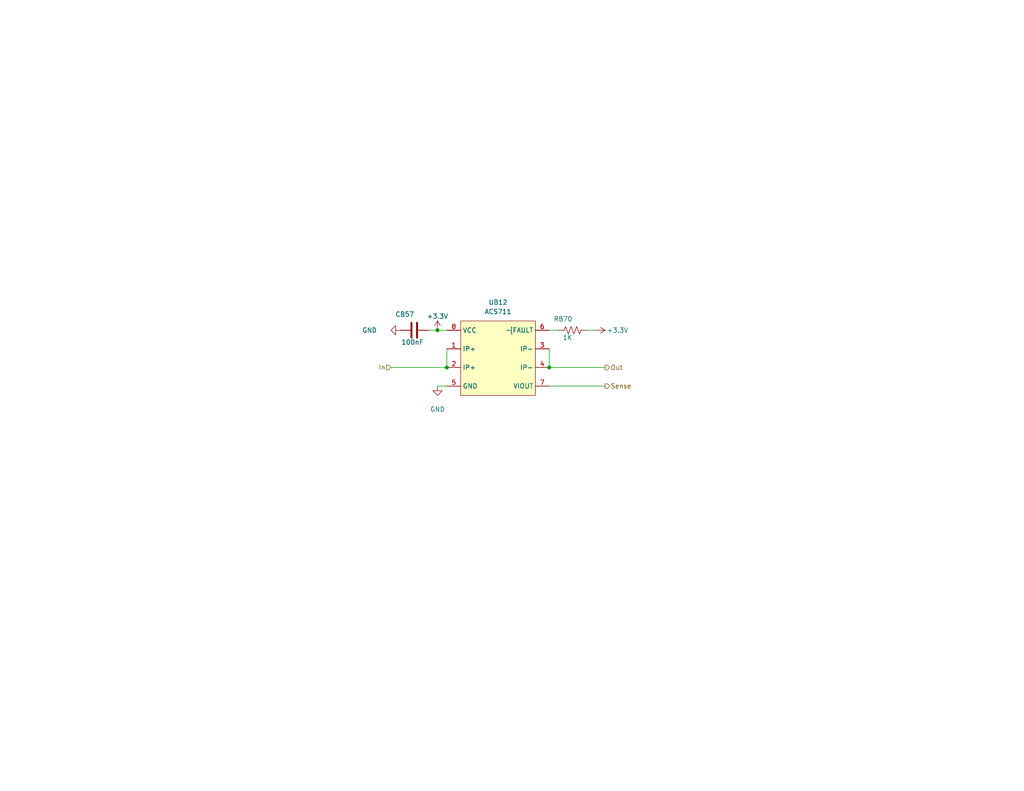
<source format=kicad_sch>
(kicad_sch (version 20231120) (generator "eeschema") (generator_version "8.0")
  (paper "A")
  (title_block (title "Advanced Motor Controller") (company "Electro Synthetics"))
  (lib_symbols
    (symbol "Device:C" (pin_numbers hide) (pin_names (offset 0.254))
      (property "Reference" "C" (at 0.635 2.54 0))
      (property "Value" "C" (at 0.635 -2.54 0))
      (symbol "C_0_1"
        (polyline (pts (xy -2.032 -0.762) (xy 2.032 -0.762)) (stroke (width 0.508)))
        (polyline (pts (xy -2.032 0.762) (xy 2.032 0.762)) (stroke (width 0.508)))
      )
      (symbol "C_1_1"
        (pin passive line (at 0 3.81 270) (length 2.794) (name "~") (number "1"))
        (pin passive line (at 0 -3.81 90) (length 2.794) (name "~") (number "2"))
      )
    )
    (symbol "Device:R_US" (pin_numbers hide) (pin_names (offset 0))
      (property "Reference" "R" (at 2.54 0 90))
      (property "Value" "R_US" (at -2.54 0 90))
      (symbol "R_US_0_1"
        (polyline (pts (xy 0 -2.286) (xy 0 -2.54)))
        (polyline (pts (xy 0 2.286) (xy 0 2.54)))
        (polyline (pts (xy 0 -0.762) (xy 1.016 -1.143) (xy 0 -1.524) (xy -1.016 -1.905) (xy 0 -2.286)))
        (polyline (pts (xy 0 0.762) (xy 1.016 0.381) (xy 0 0) (xy -1.016 -0.381) (xy 0 -0.762)))
        (polyline (pts (xy 0 2.286) (xy 1.016 1.905) (xy 0 1.524) (xy -1.016 1.143) (xy 0 0.762)))
      )
      (symbol "R_US_1_1"
        (pin passive line (at 0 3.81 270) (length 1.27) (name "~") (number "1"))
        (pin passive line (at 0 -3.81 90) (length 1.27) (name "~") (number "2"))
      )
    )
    (symbol "User_Misc:ACS711"
      (property "Reference" "U" (at 7.62 20.32 0))
      (property "Value" "ACS711" (at 7.62 -2.54 0))
      (symbol "ACS711_1_0"
        (rectangle (start 27.94 20.32) (end 7.62 0) (fill (type background)))
        (pin passive line (at 3.81 12.7 0) (length 3.81) (name "IP+") (number "1"))
        (pin passive line (at 3.81 7.62 0) (length 3.81) (name "IP+") (number "2"))
        (pin passive line (at 31.75 12.7 180) (length 3.81) (name "IP-") (number "3"))
        (pin passive line (at 31.75 7.62 180) (length 3.81) (name "IP-") (number "4"))
        (pin passive line (at 3.81 2.54 0) (length 3.81) (name "GND") (number "5"))
        (pin passive line (at 31.75 17.78 180) (length 3.81) (name "~{FAULT") (number "6"))
        (pin passive line (at 31.75 2.54 180) (length 3.81) (name "VIOUT") (number "7"))
        (pin passive line (at 3.81 17.78 0) (length 3.81) (name "VCC") (number "8"))
      )
    )
    (symbol "power:+3.3V" (power) (pin_names (offset 0))
      (property "Value" "+3.3V" (at 0 3.556 0))
      (symbol "+3.3V_0_1"
        (polyline (pts (xy -0.762 1.27) (xy 0 2.54)))
        (polyline (pts (xy 0 0) (xy 0 2.54)))
        (polyline (pts (xy 0 2.54) (xy 0.762 1.27)))
      )
      (symbol "+3.3V_1_1"
        (pin power_in line (at 0 0 90) (length 0) hide (name "+3.3V") (number "1"))
      )
    )
    (symbol "power:GND" (power) (pin_names (offset 0))
      (property "Value" "GND" (at 0 -3.81 0))
      (symbol "GND_0_1"
        (polyline (pts (xy 0 0) (xy 0 -1.27) (xy 1.27 -1.27) (xy 0 -2.54) (xy -1.27 -1.27) (xy 0 -1.27)))
      )
      (symbol "GND_1_1"
        (pin power_in line (at 0 0 270) (length 0) hide (name "GND") (number "1"))
      )
    )
  )
  (junction (at 149.86 100.33))
  (junction (at 121.92 100.33))
  (junction (at 119.38 90.17))
  (wire (pts (xy 149.86 95.25) (xy 149.86 100.33)))
  (wire (pts (xy 106.68 100.33) (xy 121.92 100.33)))
  (wire (pts (xy 119.38 105.41) (xy 121.92 105.41)))
  (wire (pts (xy 149.86 90.17) (xy 152.4 90.17)))
  (wire (pts (xy 149.86 100.33) (xy 165.1 100.33)))
  (wire (pts (xy 160.02 90.17) (xy 162.56 90.17)))
  (wire (pts (xy 119.38 90.17) (xy 121.92 90.17)))
  (wire (pts (xy 149.86 105.41) (xy 165.1 105.41)))
  (wire (pts (xy 121.92 95.25) (xy 121.92 100.33)))
  (wire (pts (xy 116.84 90.17) (xy 119.38 90.17)))
  (hierarchical_label "Out" (shape output) (at 165.1 100.33 0))
  (hierarchical_label "Sense" (shape output) (at 165.1 105.41 0))
  (hierarchical_label "In" (shape input) (at 106.68 100.33 180))
  (symbol (lib_id "power:+3.3V") (at 162.56 90.17 270) (unit 1)
    (property "Reference" "#PWR0232" (effects (hide yes)))
    (property "Value" "+3.3V" (at 171.45 90.17 90) (effects (justify right)))
    (instances (project "AdvancedMotorControlHW" (path "" (reference "#PWR0236") (unit 1)) (path "" (reference "#PWR0232") (unit 1))))
  )
  (symbol (lib_id "Device:R_US") (at 156.21 90.17 90) (unit 1)
    (property "Reference" "RA70" (at 156.21 86.36 90) (effects (justify left bottom)))
    (property "Value" "1K" (at 156.21 91.44 90) (effects (justify left bottom)))
    (property "Footprint" "Resistor_SMD:R_0603_1608Metric" (effects (hide yes)))
    (property "Manufacturer" "Susumu" (effects (hide yes)))
    (property "Manufacturer Part Number" "RR0816P-102-D" (effects (hide yes)))
    (property "Supplier 1" "Digi-Key" (effects (hide yes)))
    (property "Supplier Part Number 1" "RR08P1.0KDDKR-ND" (effects (hide yes)))
    (instances (project "AdvancedMotorControlHW" (path "" (reference "RB70") (unit 1)) (path "" (reference "RA70") (unit 1))))
  )
  (symbol (lib_id "User_Misc:ACS711") (at 118.11 107.95 0) (unit 1)
    (property "Reference" "UA12" (at 135.89 82.55 0))
    (property "Value" "ACS711" (at 135.89 85.09 0))
    (property "Footprint" "Package_SO:SOIC-8_3.9x4.9mm_P1.27mm" (effects (hide yes)))
    (property "Datasheet" "https://www.allegromicro.com/~/media/Files/Datasheets/ACS711-Datasheet.ashx" (effects (hide yes)))
    (property "Manufacturer" "Allegro MicroSystems" (effects (hide yes)))
    (property "Manufacturer Part Number" "ACS711ELCTR-12AB-T" (effects (hide yes)))
    (property "Supplier 1" "Digi-Key" (effects (hide yes)))
    (property "Supplier Part Number 1" "620-1370-1-ND" (effects (hide yes)))
    (instances (project "AdvancedMotorControlHW" (path "" (reference "UB12") (unit 1)) (path "" (reference "UA12") (unit 1))))
  )
  (symbol (lib_id "power:+3.3V") (at 119.38 90.17 0) (unit 1)
    (property "Reference" "#PWR0229" (effects (hide yes)))
    (property "Value" "+3.3V" (at 119.38 86.36 0))
    (instances (project "AdvancedMotorControlHW" (path "" (reference "#PWR0233") (unit 1)) (path "" (reference "#PWR0229") (unit 1))))
  )
  (symbol (lib_id "power:GND") (at 109.22 90.17 270) (unit 1)
    (property "Reference" "#PWR0230" (effects (hide yes)))
    (property "Value" "GND" (at 102.87 90.17 90) (effects (justify right)))
    (instances (project "AdvancedMotorControlHW" (path "" (reference "#PWR0234") (unit 1)) (path "" (reference "#PWR0230") (unit 1))))
  )
  (symbol (lib_id "Device:C") (at 113.03 90.17 90) (unit 1)
    (property "Reference" "CA57" (at 113.03 85.09 90) (effects (justify left bottom)))
    (property "Value" "100nF" (at 115.57 92.71 90) (effects (justify left bottom)))
    (property "Footprint" "Capacitor_SMD:C_0603_1608Metric" (effects (hide yes)))
    (property "Manufacturer" "AVX Corporation" (effects (hide yes)))
    (property "Manufacturer Part Number" "06035G104ZAT2A" (effects (hide yes)))
    (property "Supplier 1" "Digi-Key" (effects (hide yes)))
    (property "Supplier Part Number 1" "478-3724-1-ND" (effects (hide yes)))
    (instances (project "AdvancedMotorControlHW" (path "" (reference "CB57") (unit 1)) (path "" (reference "CA57") (unit 1))))
  )
  (symbol (lib_id "power:GND") (at 119.38 105.41 0) (unit 1)
    (property "Reference" "#PWR0231" (effects (hide yes)))
    (property "Value" "GND" (at 119.38 111.76 0))
    (instances (project "AdvancedMotorControlHW" (path "" (reference "#PWR0235") (unit 1)) (path "" (reference "#PWR0231") (unit 1))))
  )
)
</source>
